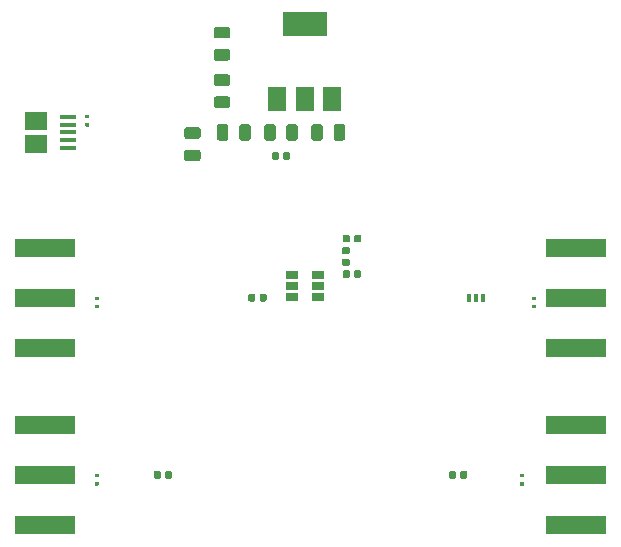
<source format=gbr>
G04 #@! TF.GenerationSoftware,KiCad,Pcbnew,5.1.5-52549c5~86~ubuntu18.04.1*
G04 #@! TF.CreationDate,2020-05-03T22:10:49-04:00*
G04 #@! TF.ProjectId,lna-filt,6c6e612d-6669-46c7-942e-6b696361645f,rev?*
G04 #@! TF.SameCoordinates,Original*
G04 #@! TF.FileFunction,Paste,Top*
G04 #@! TF.FilePolarity,Positive*
%FSLAX46Y46*%
G04 Gerber Fmt 4.6, Leading zero omitted, Abs format (unit mm)*
G04 Created by KiCad (PCBNEW 5.1.5-52549c5~86~ubuntu18.04.1) date 2020-05-03 22:10:49*
%MOMM*%
%LPD*%
G04 APERTURE LIST*
%ADD10C,0.100000*%
%ADD11R,0.400000X0.700000*%
%ADD12R,0.300000X0.700000*%
%ADD13R,5.080000X1.500000*%
%ADD14R,1.500000X2.000000*%
%ADD15R,3.800000X2.000000*%
%ADD16R,1.060000X0.650000*%
%ADD17R,1.900000X1.500000*%
%ADD18R,1.350000X0.400000*%
G04 APERTURE END LIST*
D10*
G36*
X88708292Y-45186383D02*
G01*
X88716010Y-45187528D01*
X88723578Y-45189423D01*
X88730923Y-45192052D01*
X88737976Y-45195387D01*
X88744668Y-45199398D01*
X88750934Y-45204046D01*
X88756715Y-45209285D01*
X88761954Y-45215066D01*
X88766602Y-45221332D01*
X88770613Y-45228024D01*
X88773948Y-45235077D01*
X88776577Y-45242422D01*
X88778472Y-45249990D01*
X88779617Y-45257708D01*
X88780000Y-45265500D01*
X88780000Y-45424500D01*
X88779617Y-45432292D01*
X88778472Y-45440010D01*
X88776577Y-45447578D01*
X88773948Y-45454923D01*
X88770613Y-45461976D01*
X88766602Y-45468668D01*
X88761954Y-45474934D01*
X88756715Y-45480715D01*
X88750934Y-45485954D01*
X88744668Y-45490602D01*
X88737976Y-45494613D01*
X88730923Y-45497948D01*
X88723578Y-45500577D01*
X88716010Y-45502472D01*
X88708292Y-45503617D01*
X88700500Y-45504000D01*
X88499500Y-45504000D01*
X88491708Y-45503617D01*
X88483990Y-45502472D01*
X88476422Y-45500577D01*
X88469077Y-45497948D01*
X88462024Y-45494613D01*
X88455332Y-45490602D01*
X88449066Y-45485954D01*
X88443285Y-45480715D01*
X88438046Y-45474934D01*
X88433398Y-45468668D01*
X88429387Y-45461976D01*
X88426052Y-45454923D01*
X88423423Y-45447578D01*
X88421528Y-45440010D01*
X88420383Y-45432292D01*
X88420000Y-45424500D01*
X88420000Y-45265500D01*
X88420383Y-45257708D01*
X88421528Y-45249990D01*
X88423423Y-45242422D01*
X88426052Y-45235077D01*
X88429387Y-45228024D01*
X88433398Y-45221332D01*
X88438046Y-45215066D01*
X88443285Y-45209285D01*
X88449066Y-45204046D01*
X88455332Y-45199398D01*
X88462024Y-45195387D01*
X88469077Y-45192052D01*
X88476422Y-45189423D01*
X88483990Y-45187528D01*
X88491708Y-45186383D01*
X88499500Y-45186000D01*
X88700500Y-45186000D01*
X88708292Y-45186383D01*
G37*
G36*
X88708292Y-44496383D02*
G01*
X88716010Y-44497528D01*
X88723578Y-44499423D01*
X88730923Y-44502052D01*
X88737976Y-44505387D01*
X88744668Y-44509398D01*
X88750934Y-44514046D01*
X88756715Y-44519285D01*
X88761954Y-44525066D01*
X88766602Y-44531332D01*
X88770613Y-44538024D01*
X88773948Y-44545077D01*
X88776577Y-44552422D01*
X88778472Y-44559990D01*
X88779617Y-44567708D01*
X88780000Y-44575500D01*
X88780000Y-44734500D01*
X88779617Y-44742292D01*
X88778472Y-44750010D01*
X88776577Y-44757578D01*
X88773948Y-44764923D01*
X88770613Y-44771976D01*
X88766602Y-44778668D01*
X88761954Y-44784934D01*
X88756715Y-44790715D01*
X88750934Y-44795954D01*
X88744668Y-44800602D01*
X88737976Y-44804613D01*
X88730923Y-44807948D01*
X88723578Y-44810577D01*
X88716010Y-44812472D01*
X88708292Y-44813617D01*
X88700500Y-44814000D01*
X88499500Y-44814000D01*
X88491708Y-44813617D01*
X88483990Y-44812472D01*
X88476422Y-44810577D01*
X88469077Y-44807948D01*
X88462024Y-44804613D01*
X88455332Y-44800602D01*
X88449066Y-44795954D01*
X88443285Y-44790715D01*
X88438046Y-44784934D01*
X88433398Y-44778668D01*
X88429387Y-44771976D01*
X88426052Y-44764923D01*
X88423423Y-44757578D01*
X88421528Y-44750010D01*
X88420383Y-44742292D01*
X88420000Y-44734500D01*
X88420000Y-44575500D01*
X88420383Y-44567708D01*
X88421528Y-44559990D01*
X88423423Y-44552422D01*
X88426052Y-44545077D01*
X88429387Y-44538024D01*
X88433398Y-44531332D01*
X88438046Y-44525066D01*
X88443285Y-44519285D01*
X88449066Y-44514046D01*
X88455332Y-44509398D01*
X88462024Y-44505387D01*
X88469077Y-44502052D01*
X88476422Y-44499423D01*
X88483990Y-44497528D01*
X88491708Y-44496383D01*
X88499500Y-44496000D01*
X88700500Y-44496000D01*
X88708292Y-44496383D01*
G37*
G36*
X126508292Y-60586383D02*
G01*
X126516010Y-60587528D01*
X126523578Y-60589423D01*
X126530923Y-60592052D01*
X126537976Y-60595387D01*
X126544668Y-60599398D01*
X126550934Y-60604046D01*
X126556715Y-60609285D01*
X126561954Y-60615066D01*
X126566602Y-60621332D01*
X126570613Y-60628024D01*
X126573948Y-60635077D01*
X126576577Y-60642422D01*
X126578472Y-60649990D01*
X126579617Y-60657708D01*
X126580000Y-60665500D01*
X126580000Y-60824500D01*
X126579617Y-60832292D01*
X126578472Y-60840010D01*
X126576577Y-60847578D01*
X126573948Y-60854923D01*
X126570613Y-60861976D01*
X126566602Y-60868668D01*
X126561954Y-60874934D01*
X126556715Y-60880715D01*
X126550934Y-60885954D01*
X126544668Y-60890602D01*
X126537976Y-60894613D01*
X126530923Y-60897948D01*
X126523578Y-60900577D01*
X126516010Y-60902472D01*
X126508292Y-60903617D01*
X126500500Y-60904000D01*
X126299500Y-60904000D01*
X126291708Y-60903617D01*
X126283990Y-60902472D01*
X126276422Y-60900577D01*
X126269077Y-60897948D01*
X126262024Y-60894613D01*
X126255332Y-60890602D01*
X126249066Y-60885954D01*
X126243285Y-60880715D01*
X126238046Y-60874934D01*
X126233398Y-60868668D01*
X126229387Y-60861976D01*
X126226052Y-60854923D01*
X126223423Y-60847578D01*
X126221528Y-60840010D01*
X126220383Y-60832292D01*
X126220000Y-60824500D01*
X126220000Y-60665500D01*
X126220383Y-60657708D01*
X126221528Y-60649990D01*
X126223423Y-60642422D01*
X126226052Y-60635077D01*
X126229387Y-60628024D01*
X126233398Y-60621332D01*
X126238046Y-60615066D01*
X126243285Y-60609285D01*
X126249066Y-60604046D01*
X126255332Y-60599398D01*
X126262024Y-60595387D01*
X126269077Y-60592052D01*
X126276422Y-60589423D01*
X126283990Y-60587528D01*
X126291708Y-60586383D01*
X126299500Y-60586000D01*
X126500500Y-60586000D01*
X126508292Y-60586383D01*
G37*
G36*
X126508292Y-59896383D02*
G01*
X126516010Y-59897528D01*
X126523578Y-59899423D01*
X126530923Y-59902052D01*
X126537976Y-59905387D01*
X126544668Y-59909398D01*
X126550934Y-59914046D01*
X126556715Y-59919285D01*
X126561954Y-59925066D01*
X126566602Y-59931332D01*
X126570613Y-59938024D01*
X126573948Y-59945077D01*
X126576577Y-59952422D01*
X126578472Y-59959990D01*
X126579617Y-59967708D01*
X126580000Y-59975500D01*
X126580000Y-60134500D01*
X126579617Y-60142292D01*
X126578472Y-60150010D01*
X126576577Y-60157578D01*
X126573948Y-60164923D01*
X126570613Y-60171976D01*
X126566602Y-60178668D01*
X126561954Y-60184934D01*
X126556715Y-60190715D01*
X126550934Y-60195954D01*
X126544668Y-60200602D01*
X126537976Y-60204613D01*
X126530923Y-60207948D01*
X126523578Y-60210577D01*
X126516010Y-60212472D01*
X126508292Y-60213617D01*
X126500500Y-60214000D01*
X126299500Y-60214000D01*
X126291708Y-60213617D01*
X126283990Y-60212472D01*
X126276422Y-60210577D01*
X126269077Y-60207948D01*
X126262024Y-60204613D01*
X126255332Y-60200602D01*
X126249066Y-60195954D01*
X126243285Y-60190715D01*
X126238046Y-60184934D01*
X126233398Y-60178668D01*
X126229387Y-60171976D01*
X126226052Y-60164923D01*
X126223423Y-60157578D01*
X126221528Y-60150010D01*
X126220383Y-60142292D01*
X126220000Y-60134500D01*
X126220000Y-59975500D01*
X126220383Y-59967708D01*
X126221528Y-59959990D01*
X126223423Y-59952422D01*
X126226052Y-59945077D01*
X126229387Y-59938024D01*
X126233398Y-59931332D01*
X126238046Y-59925066D01*
X126243285Y-59919285D01*
X126249066Y-59914046D01*
X126255332Y-59909398D01*
X126262024Y-59905387D01*
X126269077Y-59902052D01*
X126276422Y-59899423D01*
X126283990Y-59897528D01*
X126291708Y-59896383D01*
X126299500Y-59896000D01*
X126500500Y-59896000D01*
X126508292Y-59896383D01*
G37*
G36*
X89508292Y-60586383D02*
G01*
X89516010Y-60587528D01*
X89523578Y-60589423D01*
X89530923Y-60592052D01*
X89537976Y-60595387D01*
X89544668Y-60599398D01*
X89550934Y-60604046D01*
X89556715Y-60609285D01*
X89561954Y-60615066D01*
X89566602Y-60621332D01*
X89570613Y-60628024D01*
X89573948Y-60635077D01*
X89576577Y-60642422D01*
X89578472Y-60649990D01*
X89579617Y-60657708D01*
X89580000Y-60665500D01*
X89580000Y-60824500D01*
X89579617Y-60832292D01*
X89578472Y-60840010D01*
X89576577Y-60847578D01*
X89573948Y-60854923D01*
X89570613Y-60861976D01*
X89566602Y-60868668D01*
X89561954Y-60874934D01*
X89556715Y-60880715D01*
X89550934Y-60885954D01*
X89544668Y-60890602D01*
X89537976Y-60894613D01*
X89530923Y-60897948D01*
X89523578Y-60900577D01*
X89516010Y-60902472D01*
X89508292Y-60903617D01*
X89500500Y-60904000D01*
X89299500Y-60904000D01*
X89291708Y-60903617D01*
X89283990Y-60902472D01*
X89276422Y-60900577D01*
X89269077Y-60897948D01*
X89262024Y-60894613D01*
X89255332Y-60890602D01*
X89249066Y-60885954D01*
X89243285Y-60880715D01*
X89238046Y-60874934D01*
X89233398Y-60868668D01*
X89229387Y-60861976D01*
X89226052Y-60854923D01*
X89223423Y-60847578D01*
X89221528Y-60840010D01*
X89220383Y-60832292D01*
X89220000Y-60824500D01*
X89220000Y-60665500D01*
X89220383Y-60657708D01*
X89221528Y-60649990D01*
X89223423Y-60642422D01*
X89226052Y-60635077D01*
X89229387Y-60628024D01*
X89233398Y-60621332D01*
X89238046Y-60615066D01*
X89243285Y-60609285D01*
X89249066Y-60604046D01*
X89255332Y-60599398D01*
X89262024Y-60595387D01*
X89269077Y-60592052D01*
X89276422Y-60589423D01*
X89283990Y-60587528D01*
X89291708Y-60586383D01*
X89299500Y-60586000D01*
X89500500Y-60586000D01*
X89508292Y-60586383D01*
G37*
G36*
X89508292Y-59896383D02*
G01*
X89516010Y-59897528D01*
X89523578Y-59899423D01*
X89530923Y-59902052D01*
X89537976Y-59905387D01*
X89544668Y-59909398D01*
X89550934Y-59914046D01*
X89556715Y-59919285D01*
X89561954Y-59925066D01*
X89566602Y-59931332D01*
X89570613Y-59938024D01*
X89573948Y-59945077D01*
X89576577Y-59952422D01*
X89578472Y-59959990D01*
X89579617Y-59967708D01*
X89580000Y-59975500D01*
X89580000Y-60134500D01*
X89579617Y-60142292D01*
X89578472Y-60150010D01*
X89576577Y-60157578D01*
X89573948Y-60164923D01*
X89570613Y-60171976D01*
X89566602Y-60178668D01*
X89561954Y-60184934D01*
X89556715Y-60190715D01*
X89550934Y-60195954D01*
X89544668Y-60200602D01*
X89537976Y-60204613D01*
X89530923Y-60207948D01*
X89523578Y-60210577D01*
X89516010Y-60212472D01*
X89508292Y-60213617D01*
X89500500Y-60214000D01*
X89299500Y-60214000D01*
X89291708Y-60213617D01*
X89283990Y-60212472D01*
X89276422Y-60210577D01*
X89269077Y-60207948D01*
X89262024Y-60204613D01*
X89255332Y-60200602D01*
X89249066Y-60195954D01*
X89243285Y-60190715D01*
X89238046Y-60184934D01*
X89233398Y-60178668D01*
X89229387Y-60171976D01*
X89226052Y-60164923D01*
X89223423Y-60157578D01*
X89221528Y-60150010D01*
X89220383Y-60142292D01*
X89220000Y-60134500D01*
X89220000Y-59975500D01*
X89220383Y-59967708D01*
X89221528Y-59959990D01*
X89223423Y-59952422D01*
X89226052Y-59945077D01*
X89229387Y-59938024D01*
X89233398Y-59931332D01*
X89238046Y-59925066D01*
X89243285Y-59919285D01*
X89249066Y-59914046D01*
X89255332Y-59909398D01*
X89262024Y-59905387D01*
X89269077Y-59902052D01*
X89276422Y-59899423D01*
X89283990Y-59897528D01*
X89291708Y-59896383D01*
X89299500Y-59896000D01*
X89500500Y-59896000D01*
X89508292Y-59896383D01*
G37*
G36*
X89508292Y-75586383D02*
G01*
X89516010Y-75587528D01*
X89523578Y-75589423D01*
X89530923Y-75592052D01*
X89537976Y-75595387D01*
X89544668Y-75599398D01*
X89550934Y-75604046D01*
X89556715Y-75609285D01*
X89561954Y-75615066D01*
X89566602Y-75621332D01*
X89570613Y-75628024D01*
X89573948Y-75635077D01*
X89576577Y-75642422D01*
X89578472Y-75649990D01*
X89579617Y-75657708D01*
X89580000Y-75665500D01*
X89580000Y-75824500D01*
X89579617Y-75832292D01*
X89578472Y-75840010D01*
X89576577Y-75847578D01*
X89573948Y-75854923D01*
X89570613Y-75861976D01*
X89566602Y-75868668D01*
X89561954Y-75874934D01*
X89556715Y-75880715D01*
X89550934Y-75885954D01*
X89544668Y-75890602D01*
X89537976Y-75894613D01*
X89530923Y-75897948D01*
X89523578Y-75900577D01*
X89516010Y-75902472D01*
X89508292Y-75903617D01*
X89500500Y-75904000D01*
X89299500Y-75904000D01*
X89291708Y-75903617D01*
X89283990Y-75902472D01*
X89276422Y-75900577D01*
X89269077Y-75897948D01*
X89262024Y-75894613D01*
X89255332Y-75890602D01*
X89249066Y-75885954D01*
X89243285Y-75880715D01*
X89238046Y-75874934D01*
X89233398Y-75868668D01*
X89229387Y-75861976D01*
X89226052Y-75854923D01*
X89223423Y-75847578D01*
X89221528Y-75840010D01*
X89220383Y-75832292D01*
X89220000Y-75824500D01*
X89220000Y-75665500D01*
X89220383Y-75657708D01*
X89221528Y-75649990D01*
X89223423Y-75642422D01*
X89226052Y-75635077D01*
X89229387Y-75628024D01*
X89233398Y-75621332D01*
X89238046Y-75615066D01*
X89243285Y-75609285D01*
X89249066Y-75604046D01*
X89255332Y-75599398D01*
X89262024Y-75595387D01*
X89269077Y-75592052D01*
X89276422Y-75589423D01*
X89283990Y-75587528D01*
X89291708Y-75586383D01*
X89299500Y-75586000D01*
X89500500Y-75586000D01*
X89508292Y-75586383D01*
G37*
G36*
X89508292Y-74896383D02*
G01*
X89516010Y-74897528D01*
X89523578Y-74899423D01*
X89530923Y-74902052D01*
X89537976Y-74905387D01*
X89544668Y-74909398D01*
X89550934Y-74914046D01*
X89556715Y-74919285D01*
X89561954Y-74925066D01*
X89566602Y-74931332D01*
X89570613Y-74938024D01*
X89573948Y-74945077D01*
X89576577Y-74952422D01*
X89578472Y-74959990D01*
X89579617Y-74967708D01*
X89580000Y-74975500D01*
X89580000Y-75134500D01*
X89579617Y-75142292D01*
X89578472Y-75150010D01*
X89576577Y-75157578D01*
X89573948Y-75164923D01*
X89570613Y-75171976D01*
X89566602Y-75178668D01*
X89561954Y-75184934D01*
X89556715Y-75190715D01*
X89550934Y-75195954D01*
X89544668Y-75200602D01*
X89537976Y-75204613D01*
X89530923Y-75207948D01*
X89523578Y-75210577D01*
X89516010Y-75212472D01*
X89508292Y-75213617D01*
X89500500Y-75214000D01*
X89299500Y-75214000D01*
X89291708Y-75213617D01*
X89283990Y-75212472D01*
X89276422Y-75210577D01*
X89269077Y-75207948D01*
X89262024Y-75204613D01*
X89255332Y-75200602D01*
X89249066Y-75195954D01*
X89243285Y-75190715D01*
X89238046Y-75184934D01*
X89233398Y-75178668D01*
X89229387Y-75171976D01*
X89226052Y-75164923D01*
X89223423Y-75157578D01*
X89221528Y-75150010D01*
X89220383Y-75142292D01*
X89220000Y-75134500D01*
X89220000Y-74975500D01*
X89220383Y-74967708D01*
X89221528Y-74959990D01*
X89223423Y-74952422D01*
X89226052Y-74945077D01*
X89229387Y-74938024D01*
X89233398Y-74931332D01*
X89238046Y-74925066D01*
X89243285Y-74919285D01*
X89249066Y-74914046D01*
X89255332Y-74909398D01*
X89262024Y-74905387D01*
X89269077Y-74902052D01*
X89276422Y-74899423D01*
X89283990Y-74897528D01*
X89291708Y-74896383D01*
X89299500Y-74896000D01*
X89500500Y-74896000D01*
X89508292Y-74896383D01*
G37*
G36*
X125508292Y-75586383D02*
G01*
X125516010Y-75587528D01*
X125523578Y-75589423D01*
X125530923Y-75592052D01*
X125537976Y-75595387D01*
X125544668Y-75599398D01*
X125550934Y-75604046D01*
X125556715Y-75609285D01*
X125561954Y-75615066D01*
X125566602Y-75621332D01*
X125570613Y-75628024D01*
X125573948Y-75635077D01*
X125576577Y-75642422D01*
X125578472Y-75649990D01*
X125579617Y-75657708D01*
X125580000Y-75665500D01*
X125580000Y-75824500D01*
X125579617Y-75832292D01*
X125578472Y-75840010D01*
X125576577Y-75847578D01*
X125573948Y-75854923D01*
X125570613Y-75861976D01*
X125566602Y-75868668D01*
X125561954Y-75874934D01*
X125556715Y-75880715D01*
X125550934Y-75885954D01*
X125544668Y-75890602D01*
X125537976Y-75894613D01*
X125530923Y-75897948D01*
X125523578Y-75900577D01*
X125516010Y-75902472D01*
X125508292Y-75903617D01*
X125500500Y-75904000D01*
X125299500Y-75904000D01*
X125291708Y-75903617D01*
X125283990Y-75902472D01*
X125276422Y-75900577D01*
X125269077Y-75897948D01*
X125262024Y-75894613D01*
X125255332Y-75890602D01*
X125249066Y-75885954D01*
X125243285Y-75880715D01*
X125238046Y-75874934D01*
X125233398Y-75868668D01*
X125229387Y-75861976D01*
X125226052Y-75854923D01*
X125223423Y-75847578D01*
X125221528Y-75840010D01*
X125220383Y-75832292D01*
X125220000Y-75824500D01*
X125220000Y-75665500D01*
X125220383Y-75657708D01*
X125221528Y-75649990D01*
X125223423Y-75642422D01*
X125226052Y-75635077D01*
X125229387Y-75628024D01*
X125233398Y-75621332D01*
X125238046Y-75615066D01*
X125243285Y-75609285D01*
X125249066Y-75604046D01*
X125255332Y-75599398D01*
X125262024Y-75595387D01*
X125269077Y-75592052D01*
X125276422Y-75589423D01*
X125283990Y-75587528D01*
X125291708Y-75586383D01*
X125299500Y-75586000D01*
X125500500Y-75586000D01*
X125508292Y-75586383D01*
G37*
G36*
X125508292Y-74896383D02*
G01*
X125516010Y-74897528D01*
X125523578Y-74899423D01*
X125530923Y-74902052D01*
X125537976Y-74905387D01*
X125544668Y-74909398D01*
X125550934Y-74914046D01*
X125556715Y-74919285D01*
X125561954Y-74925066D01*
X125566602Y-74931332D01*
X125570613Y-74938024D01*
X125573948Y-74945077D01*
X125576577Y-74952422D01*
X125578472Y-74959990D01*
X125579617Y-74967708D01*
X125580000Y-74975500D01*
X125580000Y-75134500D01*
X125579617Y-75142292D01*
X125578472Y-75150010D01*
X125576577Y-75157578D01*
X125573948Y-75164923D01*
X125570613Y-75171976D01*
X125566602Y-75178668D01*
X125561954Y-75184934D01*
X125556715Y-75190715D01*
X125550934Y-75195954D01*
X125544668Y-75200602D01*
X125537976Y-75204613D01*
X125530923Y-75207948D01*
X125523578Y-75210577D01*
X125516010Y-75212472D01*
X125508292Y-75213617D01*
X125500500Y-75214000D01*
X125299500Y-75214000D01*
X125291708Y-75213617D01*
X125283990Y-75212472D01*
X125276422Y-75210577D01*
X125269077Y-75207948D01*
X125262024Y-75204613D01*
X125255332Y-75200602D01*
X125249066Y-75195954D01*
X125243285Y-75190715D01*
X125238046Y-75184934D01*
X125233398Y-75178668D01*
X125229387Y-75171976D01*
X125226052Y-75164923D01*
X125223423Y-75157578D01*
X125221528Y-75150010D01*
X125220383Y-75142292D01*
X125220000Y-75134500D01*
X125220000Y-74975500D01*
X125220383Y-74967708D01*
X125221528Y-74959990D01*
X125223423Y-74952422D01*
X125226052Y-74945077D01*
X125229387Y-74938024D01*
X125233398Y-74931332D01*
X125238046Y-74925066D01*
X125243285Y-74919285D01*
X125249066Y-74914046D01*
X125255332Y-74909398D01*
X125262024Y-74905387D01*
X125269077Y-74902052D01*
X125276422Y-74899423D01*
X125283990Y-74897528D01*
X125291708Y-74896383D01*
X125299500Y-74896000D01*
X125500500Y-74896000D01*
X125508292Y-74896383D01*
G37*
D11*
X121500000Y-60000000D03*
D12*
X122100000Y-60000000D03*
X120900000Y-60000000D03*
D13*
X85000000Y-75000000D03*
X85000000Y-79250000D03*
X85000000Y-70750000D03*
X130000000Y-75000000D03*
X130000000Y-70750000D03*
X130000000Y-79250000D03*
D10*
G36*
X95646958Y-74680710D02*
G01*
X95661276Y-74682834D01*
X95675317Y-74686351D01*
X95688946Y-74691228D01*
X95702031Y-74697417D01*
X95714447Y-74704858D01*
X95726073Y-74713481D01*
X95736798Y-74723202D01*
X95746519Y-74733927D01*
X95755142Y-74745553D01*
X95762583Y-74757969D01*
X95768772Y-74771054D01*
X95773649Y-74784683D01*
X95777166Y-74798724D01*
X95779290Y-74813042D01*
X95780000Y-74827500D01*
X95780000Y-75172500D01*
X95779290Y-75186958D01*
X95777166Y-75201276D01*
X95773649Y-75215317D01*
X95768772Y-75228946D01*
X95762583Y-75242031D01*
X95755142Y-75254447D01*
X95746519Y-75266073D01*
X95736798Y-75276798D01*
X95726073Y-75286519D01*
X95714447Y-75295142D01*
X95702031Y-75302583D01*
X95688946Y-75308772D01*
X95675317Y-75313649D01*
X95661276Y-75317166D01*
X95646958Y-75319290D01*
X95632500Y-75320000D01*
X95337500Y-75320000D01*
X95323042Y-75319290D01*
X95308724Y-75317166D01*
X95294683Y-75313649D01*
X95281054Y-75308772D01*
X95267969Y-75302583D01*
X95255553Y-75295142D01*
X95243927Y-75286519D01*
X95233202Y-75276798D01*
X95223481Y-75266073D01*
X95214858Y-75254447D01*
X95207417Y-75242031D01*
X95201228Y-75228946D01*
X95196351Y-75215317D01*
X95192834Y-75201276D01*
X95190710Y-75186958D01*
X95190000Y-75172500D01*
X95190000Y-74827500D01*
X95190710Y-74813042D01*
X95192834Y-74798724D01*
X95196351Y-74784683D01*
X95201228Y-74771054D01*
X95207417Y-74757969D01*
X95214858Y-74745553D01*
X95223481Y-74733927D01*
X95233202Y-74723202D01*
X95243927Y-74713481D01*
X95255553Y-74704858D01*
X95267969Y-74697417D01*
X95281054Y-74691228D01*
X95294683Y-74686351D01*
X95308724Y-74682834D01*
X95323042Y-74680710D01*
X95337500Y-74680000D01*
X95632500Y-74680000D01*
X95646958Y-74680710D01*
G37*
G36*
X94676958Y-74680710D02*
G01*
X94691276Y-74682834D01*
X94705317Y-74686351D01*
X94718946Y-74691228D01*
X94732031Y-74697417D01*
X94744447Y-74704858D01*
X94756073Y-74713481D01*
X94766798Y-74723202D01*
X94776519Y-74733927D01*
X94785142Y-74745553D01*
X94792583Y-74757969D01*
X94798772Y-74771054D01*
X94803649Y-74784683D01*
X94807166Y-74798724D01*
X94809290Y-74813042D01*
X94810000Y-74827500D01*
X94810000Y-75172500D01*
X94809290Y-75186958D01*
X94807166Y-75201276D01*
X94803649Y-75215317D01*
X94798772Y-75228946D01*
X94792583Y-75242031D01*
X94785142Y-75254447D01*
X94776519Y-75266073D01*
X94766798Y-75276798D01*
X94756073Y-75286519D01*
X94744447Y-75295142D01*
X94732031Y-75302583D01*
X94718946Y-75308772D01*
X94705317Y-75313649D01*
X94691276Y-75317166D01*
X94676958Y-75319290D01*
X94662500Y-75320000D01*
X94367500Y-75320000D01*
X94353042Y-75319290D01*
X94338724Y-75317166D01*
X94324683Y-75313649D01*
X94311054Y-75308772D01*
X94297969Y-75302583D01*
X94285553Y-75295142D01*
X94273927Y-75286519D01*
X94263202Y-75276798D01*
X94253481Y-75266073D01*
X94244858Y-75254447D01*
X94237417Y-75242031D01*
X94231228Y-75228946D01*
X94226351Y-75215317D01*
X94222834Y-75201276D01*
X94220710Y-75186958D01*
X94220000Y-75172500D01*
X94220000Y-74827500D01*
X94220710Y-74813042D01*
X94222834Y-74798724D01*
X94226351Y-74784683D01*
X94231228Y-74771054D01*
X94237417Y-74757969D01*
X94244858Y-74745553D01*
X94253481Y-74733927D01*
X94263202Y-74723202D01*
X94273927Y-74713481D01*
X94285553Y-74704858D01*
X94297969Y-74697417D01*
X94311054Y-74691228D01*
X94324683Y-74686351D01*
X94338724Y-74682834D01*
X94353042Y-74680710D01*
X94367500Y-74680000D01*
X94662500Y-74680000D01*
X94676958Y-74680710D01*
G37*
G36*
X120646958Y-74680710D02*
G01*
X120661276Y-74682834D01*
X120675317Y-74686351D01*
X120688946Y-74691228D01*
X120702031Y-74697417D01*
X120714447Y-74704858D01*
X120726073Y-74713481D01*
X120736798Y-74723202D01*
X120746519Y-74733927D01*
X120755142Y-74745553D01*
X120762583Y-74757969D01*
X120768772Y-74771054D01*
X120773649Y-74784683D01*
X120777166Y-74798724D01*
X120779290Y-74813042D01*
X120780000Y-74827500D01*
X120780000Y-75172500D01*
X120779290Y-75186958D01*
X120777166Y-75201276D01*
X120773649Y-75215317D01*
X120768772Y-75228946D01*
X120762583Y-75242031D01*
X120755142Y-75254447D01*
X120746519Y-75266073D01*
X120736798Y-75276798D01*
X120726073Y-75286519D01*
X120714447Y-75295142D01*
X120702031Y-75302583D01*
X120688946Y-75308772D01*
X120675317Y-75313649D01*
X120661276Y-75317166D01*
X120646958Y-75319290D01*
X120632500Y-75320000D01*
X120337500Y-75320000D01*
X120323042Y-75319290D01*
X120308724Y-75317166D01*
X120294683Y-75313649D01*
X120281054Y-75308772D01*
X120267969Y-75302583D01*
X120255553Y-75295142D01*
X120243927Y-75286519D01*
X120233202Y-75276798D01*
X120223481Y-75266073D01*
X120214858Y-75254447D01*
X120207417Y-75242031D01*
X120201228Y-75228946D01*
X120196351Y-75215317D01*
X120192834Y-75201276D01*
X120190710Y-75186958D01*
X120190000Y-75172500D01*
X120190000Y-74827500D01*
X120190710Y-74813042D01*
X120192834Y-74798724D01*
X120196351Y-74784683D01*
X120201228Y-74771054D01*
X120207417Y-74757969D01*
X120214858Y-74745553D01*
X120223481Y-74733927D01*
X120233202Y-74723202D01*
X120243927Y-74713481D01*
X120255553Y-74704858D01*
X120267969Y-74697417D01*
X120281054Y-74691228D01*
X120294683Y-74686351D01*
X120308724Y-74682834D01*
X120323042Y-74680710D01*
X120337500Y-74680000D01*
X120632500Y-74680000D01*
X120646958Y-74680710D01*
G37*
G36*
X119676958Y-74680710D02*
G01*
X119691276Y-74682834D01*
X119705317Y-74686351D01*
X119718946Y-74691228D01*
X119732031Y-74697417D01*
X119744447Y-74704858D01*
X119756073Y-74713481D01*
X119766798Y-74723202D01*
X119776519Y-74733927D01*
X119785142Y-74745553D01*
X119792583Y-74757969D01*
X119798772Y-74771054D01*
X119803649Y-74784683D01*
X119807166Y-74798724D01*
X119809290Y-74813042D01*
X119810000Y-74827500D01*
X119810000Y-75172500D01*
X119809290Y-75186958D01*
X119807166Y-75201276D01*
X119803649Y-75215317D01*
X119798772Y-75228946D01*
X119792583Y-75242031D01*
X119785142Y-75254447D01*
X119776519Y-75266073D01*
X119766798Y-75276798D01*
X119756073Y-75286519D01*
X119744447Y-75295142D01*
X119732031Y-75302583D01*
X119718946Y-75308772D01*
X119705317Y-75313649D01*
X119691276Y-75317166D01*
X119676958Y-75319290D01*
X119662500Y-75320000D01*
X119367500Y-75320000D01*
X119353042Y-75319290D01*
X119338724Y-75317166D01*
X119324683Y-75313649D01*
X119311054Y-75308772D01*
X119297969Y-75302583D01*
X119285553Y-75295142D01*
X119273927Y-75286519D01*
X119263202Y-75276798D01*
X119253481Y-75266073D01*
X119244858Y-75254447D01*
X119237417Y-75242031D01*
X119231228Y-75228946D01*
X119226351Y-75215317D01*
X119222834Y-75201276D01*
X119220710Y-75186958D01*
X119220000Y-75172500D01*
X119220000Y-74827500D01*
X119220710Y-74813042D01*
X119222834Y-74798724D01*
X119226351Y-74784683D01*
X119231228Y-74771054D01*
X119237417Y-74757969D01*
X119244858Y-74745553D01*
X119253481Y-74733927D01*
X119263202Y-74723202D01*
X119273927Y-74713481D01*
X119285553Y-74704858D01*
X119297969Y-74697417D01*
X119311054Y-74691228D01*
X119324683Y-74686351D01*
X119338724Y-74682834D01*
X119353042Y-74680710D01*
X119367500Y-74680000D01*
X119662500Y-74680000D01*
X119676958Y-74680710D01*
G37*
D14*
X104700000Y-43150000D03*
X109300000Y-43150000D03*
X107000000Y-43150000D03*
D15*
X107000000Y-36850000D03*
D16*
X108100000Y-59000000D03*
X108100000Y-58050000D03*
X108100000Y-59950000D03*
X105900000Y-59950000D03*
X105900000Y-59000000D03*
X105900000Y-58050000D03*
D10*
G36*
X100480142Y-42951174D02*
G01*
X100503803Y-42954684D01*
X100527007Y-42960496D01*
X100549529Y-42968554D01*
X100571153Y-42978782D01*
X100591670Y-42991079D01*
X100610883Y-43005329D01*
X100628607Y-43021393D01*
X100644671Y-43039117D01*
X100658921Y-43058330D01*
X100671218Y-43078847D01*
X100681446Y-43100471D01*
X100689504Y-43122993D01*
X100695316Y-43146197D01*
X100698826Y-43169858D01*
X100700000Y-43193750D01*
X100700000Y-43681250D01*
X100698826Y-43705142D01*
X100695316Y-43728803D01*
X100689504Y-43752007D01*
X100681446Y-43774529D01*
X100671218Y-43796153D01*
X100658921Y-43816670D01*
X100644671Y-43835883D01*
X100628607Y-43853607D01*
X100610883Y-43869671D01*
X100591670Y-43883921D01*
X100571153Y-43896218D01*
X100549529Y-43906446D01*
X100527007Y-43914504D01*
X100503803Y-43920316D01*
X100480142Y-43923826D01*
X100456250Y-43925000D01*
X99543750Y-43925000D01*
X99519858Y-43923826D01*
X99496197Y-43920316D01*
X99472993Y-43914504D01*
X99450471Y-43906446D01*
X99428847Y-43896218D01*
X99408330Y-43883921D01*
X99389117Y-43869671D01*
X99371393Y-43853607D01*
X99355329Y-43835883D01*
X99341079Y-43816670D01*
X99328782Y-43796153D01*
X99318554Y-43774529D01*
X99310496Y-43752007D01*
X99304684Y-43728803D01*
X99301174Y-43705142D01*
X99300000Y-43681250D01*
X99300000Y-43193750D01*
X99301174Y-43169858D01*
X99304684Y-43146197D01*
X99310496Y-43122993D01*
X99318554Y-43100471D01*
X99328782Y-43078847D01*
X99341079Y-43058330D01*
X99355329Y-43039117D01*
X99371393Y-43021393D01*
X99389117Y-43005329D01*
X99408330Y-42991079D01*
X99428847Y-42978782D01*
X99450471Y-42968554D01*
X99472993Y-42960496D01*
X99496197Y-42954684D01*
X99519858Y-42951174D01*
X99543750Y-42950000D01*
X100456250Y-42950000D01*
X100480142Y-42951174D01*
G37*
G36*
X100480142Y-41076174D02*
G01*
X100503803Y-41079684D01*
X100527007Y-41085496D01*
X100549529Y-41093554D01*
X100571153Y-41103782D01*
X100591670Y-41116079D01*
X100610883Y-41130329D01*
X100628607Y-41146393D01*
X100644671Y-41164117D01*
X100658921Y-41183330D01*
X100671218Y-41203847D01*
X100681446Y-41225471D01*
X100689504Y-41247993D01*
X100695316Y-41271197D01*
X100698826Y-41294858D01*
X100700000Y-41318750D01*
X100700000Y-41806250D01*
X100698826Y-41830142D01*
X100695316Y-41853803D01*
X100689504Y-41877007D01*
X100681446Y-41899529D01*
X100671218Y-41921153D01*
X100658921Y-41941670D01*
X100644671Y-41960883D01*
X100628607Y-41978607D01*
X100610883Y-41994671D01*
X100591670Y-42008921D01*
X100571153Y-42021218D01*
X100549529Y-42031446D01*
X100527007Y-42039504D01*
X100503803Y-42045316D01*
X100480142Y-42048826D01*
X100456250Y-42050000D01*
X99543750Y-42050000D01*
X99519858Y-42048826D01*
X99496197Y-42045316D01*
X99472993Y-42039504D01*
X99450471Y-42031446D01*
X99428847Y-42021218D01*
X99408330Y-42008921D01*
X99389117Y-41994671D01*
X99371393Y-41978607D01*
X99355329Y-41960883D01*
X99341079Y-41941670D01*
X99328782Y-41921153D01*
X99318554Y-41899529D01*
X99310496Y-41877007D01*
X99304684Y-41853803D01*
X99301174Y-41830142D01*
X99300000Y-41806250D01*
X99300000Y-41318750D01*
X99301174Y-41294858D01*
X99304684Y-41271197D01*
X99310496Y-41247993D01*
X99318554Y-41225471D01*
X99328782Y-41203847D01*
X99341079Y-41183330D01*
X99355329Y-41164117D01*
X99371393Y-41146393D01*
X99389117Y-41130329D01*
X99408330Y-41116079D01*
X99428847Y-41103782D01*
X99450471Y-41093554D01*
X99472993Y-41085496D01*
X99496197Y-41079684D01*
X99519858Y-41076174D01*
X99543750Y-41075000D01*
X100456250Y-41075000D01*
X100480142Y-41076174D01*
G37*
G36*
X110686958Y-56690710D02*
G01*
X110701276Y-56692834D01*
X110715317Y-56696351D01*
X110728946Y-56701228D01*
X110742031Y-56707417D01*
X110754447Y-56714858D01*
X110766073Y-56723481D01*
X110776798Y-56733202D01*
X110786519Y-56743927D01*
X110795142Y-56755553D01*
X110802583Y-56767969D01*
X110808772Y-56781054D01*
X110813649Y-56794683D01*
X110817166Y-56808724D01*
X110819290Y-56823042D01*
X110820000Y-56837500D01*
X110820000Y-57132500D01*
X110819290Y-57146958D01*
X110817166Y-57161276D01*
X110813649Y-57175317D01*
X110808772Y-57188946D01*
X110802583Y-57202031D01*
X110795142Y-57214447D01*
X110786519Y-57226073D01*
X110776798Y-57236798D01*
X110766073Y-57246519D01*
X110754447Y-57255142D01*
X110742031Y-57262583D01*
X110728946Y-57268772D01*
X110715317Y-57273649D01*
X110701276Y-57277166D01*
X110686958Y-57279290D01*
X110672500Y-57280000D01*
X110327500Y-57280000D01*
X110313042Y-57279290D01*
X110298724Y-57277166D01*
X110284683Y-57273649D01*
X110271054Y-57268772D01*
X110257969Y-57262583D01*
X110245553Y-57255142D01*
X110233927Y-57246519D01*
X110223202Y-57236798D01*
X110213481Y-57226073D01*
X110204858Y-57214447D01*
X110197417Y-57202031D01*
X110191228Y-57188946D01*
X110186351Y-57175317D01*
X110182834Y-57161276D01*
X110180710Y-57146958D01*
X110180000Y-57132500D01*
X110180000Y-56837500D01*
X110180710Y-56823042D01*
X110182834Y-56808724D01*
X110186351Y-56794683D01*
X110191228Y-56781054D01*
X110197417Y-56767969D01*
X110204858Y-56755553D01*
X110213481Y-56743927D01*
X110223202Y-56733202D01*
X110233927Y-56723481D01*
X110245553Y-56714858D01*
X110257969Y-56707417D01*
X110271054Y-56701228D01*
X110284683Y-56696351D01*
X110298724Y-56692834D01*
X110313042Y-56690710D01*
X110327500Y-56690000D01*
X110672500Y-56690000D01*
X110686958Y-56690710D01*
G37*
G36*
X110686958Y-55720710D02*
G01*
X110701276Y-55722834D01*
X110715317Y-55726351D01*
X110728946Y-55731228D01*
X110742031Y-55737417D01*
X110754447Y-55744858D01*
X110766073Y-55753481D01*
X110776798Y-55763202D01*
X110786519Y-55773927D01*
X110795142Y-55785553D01*
X110802583Y-55797969D01*
X110808772Y-55811054D01*
X110813649Y-55824683D01*
X110817166Y-55838724D01*
X110819290Y-55853042D01*
X110820000Y-55867500D01*
X110820000Y-56162500D01*
X110819290Y-56176958D01*
X110817166Y-56191276D01*
X110813649Y-56205317D01*
X110808772Y-56218946D01*
X110802583Y-56232031D01*
X110795142Y-56244447D01*
X110786519Y-56256073D01*
X110776798Y-56266798D01*
X110766073Y-56276519D01*
X110754447Y-56285142D01*
X110742031Y-56292583D01*
X110728946Y-56298772D01*
X110715317Y-56303649D01*
X110701276Y-56307166D01*
X110686958Y-56309290D01*
X110672500Y-56310000D01*
X110327500Y-56310000D01*
X110313042Y-56309290D01*
X110298724Y-56307166D01*
X110284683Y-56303649D01*
X110271054Y-56298772D01*
X110257969Y-56292583D01*
X110245553Y-56285142D01*
X110233927Y-56276519D01*
X110223202Y-56266798D01*
X110213481Y-56256073D01*
X110204858Y-56244447D01*
X110197417Y-56232031D01*
X110191228Y-56218946D01*
X110186351Y-56205317D01*
X110182834Y-56191276D01*
X110180710Y-56176958D01*
X110180000Y-56162500D01*
X110180000Y-55867500D01*
X110180710Y-55853042D01*
X110182834Y-55838724D01*
X110186351Y-55824683D01*
X110191228Y-55811054D01*
X110197417Y-55797969D01*
X110204858Y-55785553D01*
X110213481Y-55773927D01*
X110223202Y-55763202D01*
X110233927Y-55753481D01*
X110245553Y-55744858D01*
X110257969Y-55737417D01*
X110271054Y-55731228D01*
X110284683Y-55726351D01*
X110298724Y-55722834D01*
X110313042Y-55720710D01*
X110327500Y-55720000D01*
X110672500Y-55720000D01*
X110686958Y-55720710D01*
G37*
D17*
X84262500Y-45000000D03*
D18*
X86962500Y-46000000D03*
X86962500Y-46650000D03*
X86962500Y-47300000D03*
X86962500Y-44700000D03*
X86962500Y-45350000D03*
D17*
X84262500Y-47000000D03*
D13*
X130000000Y-60000000D03*
X130000000Y-55750000D03*
X130000000Y-64250000D03*
X85000000Y-60000000D03*
X85000000Y-64250000D03*
X85000000Y-55750000D03*
D10*
G36*
X100330142Y-45301174D02*
G01*
X100353803Y-45304684D01*
X100377007Y-45310496D01*
X100399529Y-45318554D01*
X100421153Y-45328782D01*
X100441670Y-45341079D01*
X100460883Y-45355329D01*
X100478607Y-45371393D01*
X100494671Y-45389117D01*
X100508921Y-45408330D01*
X100521218Y-45428847D01*
X100531446Y-45450471D01*
X100539504Y-45472993D01*
X100545316Y-45496197D01*
X100548826Y-45519858D01*
X100550000Y-45543750D01*
X100550000Y-46456250D01*
X100548826Y-46480142D01*
X100545316Y-46503803D01*
X100539504Y-46527007D01*
X100531446Y-46549529D01*
X100521218Y-46571153D01*
X100508921Y-46591670D01*
X100494671Y-46610883D01*
X100478607Y-46628607D01*
X100460883Y-46644671D01*
X100441670Y-46658921D01*
X100421153Y-46671218D01*
X100399529Y-46681446D01*
X100377007Y-46689504D01*
X100353803Y-46695316D01*
X100330142Y-46698826D01*
X100306250Y-46700000D01*
X99818750Y-46700000D01*
X99794858Y-46698826D01*
X99771197Y-46695316D01*
X99747993Y-46689504D01*
X99725471Y-46681446D01*
X99703847Y-46671218D01*
X99683330Y-46658921D01*
X99664117Y-46644671D01*
X99646393Y-46628607D01*
X99630329Y-46610883D01*
X99616079Y-46591670D01*
X99603782Y-46571153D01*
X99593554Y-46549529D01*
X99585496Y-46527007D01*
X99579684Y-46503803D01*
X99576174Y-46480142D01*
X99575000Y-46456250D01*
X99575000Y-45543750D01*
X99576174Y-45519858D01*
X99579684Y-45496197D01*
X99585496Y-45472993D01*
X99593554Y-45450471D01*
X99603782Y-45428847D01*
X99616079Y-45408330D01*
X99630329Y-45389117D01*
X99646393Y-45371393D01*
X99664117Y-45355329D01*
X99683330Y-45341079D01*
X99703847Y-45328782D01*
X99725471Y-45318554D01*
X99747993Y-45310496D01*
X99771197Y-45304684D01*
X99794858Y-45301174D01*
X99818750Y-45300000D01*
X100306250Y-45300000D01*
X100330142Y-45301174D01*
G37*
G36*
X102205142Y-45301174D02*
G01*
X102228803Y-45304684D01*
X102252007Y-45310496D01*
X102274529Y-45318554D01*
X102296153Y-45328782D01*
X102316670Y-45341079D01*
X102335883Y-45355329D01*
X102353607Y-45371393D01*
X102369671Y-45389117D01*
X102383921Y-45408330D01*
X102396218Y-45428847D01*
X102406446Y-45450471D01*
X102414504Y-45472993D01*
X102420316Y-45496197D01*
X102423826Y-45519858D01*
X102425000Y-45543750D01*
X102425000Y-46456250D01*
X102423826Y-46480142D01*
X102420316Y-46503803D01*
X102414504Y-46527007D01*
X102406446Y-46549529D01*
X102396218Y-46571153D01*
X102383921Y-46591670D01*
X102369671Y-46610883D01*
X102353607Y-46628607D01*
X102335883Y-46644671D01*
X102316670Y-46658921D01*
X102296153Y-46671218D01*
X102274529Y-46681446D01*
X102252007Y-46689504D01*
X102228803Y-46695316D01*
X102205142Y-46698826D01*
X102181250Y-46700000D01*
X101693750Y-46700000D01*
X101669858Y-46698826D01*
X101646197Y-46695316D01*
X101622993Y-46689504D01*
X101600471Y-46681446D01*
X101578847Y-46671218D01*
X101558330Y-46658921D01*
X101539117Y-46644671D01*
X101521393Y-46628607D01*
X101505329Y-46610883D01*
X101491079Y-46591670D01*
X101478782Y-46571153D01*
X101468554Y-46549529D01*
X101460496Y-46527007D01*
X101454684Y-46503803D01*
X101451174Y-46480142D01*
X101450000Y-46456250D01*
X101450000Y-45543750D01*
X101451174Y-45519858D01*
X101454684Y-45496197D01*
X101460496Y-45472993D01*
X101468554Y-45450471D01*
X101478782Y-45428847D01*
X101491079Y-45408330D01*
X101505329Y-45389117D01*
X101521393Y-45371393D01*
X101539117Y-45355329D01*
X101558330Y-45341079D01*
X101578847Y-45328782D01*
X101600471Y-45318554D01*
X101622993Y-45310496D01*
X101646197Y-45304684D01*
X101669858Y-45301174D01*
X101693750Y-45300000D01*
X102181250Y-45300000D01*
X102205142Y-45301174D01*
G37*
G36*
X100480142Y-38951174D02*
G01*
X100503803Y-38954684D01*
X100527007Y-38960496D01*
X100549529Y-38968554D01*
X100571153Y-38978782D01*
X100591670Y-38991079D01*
X100610883Y-39005329D01*
X100628607Y-39021393D01*
X100644671Y-39039117D01*
X100658921Y-39058330D01*
X100671218Y-39078847D01*
X100681446Y-39100471D01*
X100689504Y-39122993D01*
X100695316Y-39146197D01*
X100698826Y-39169858D01*
X100700000Y-39193750D01*
X100700000Y-39681250D01*
X100698826Y-39705142D01*
X100695316Y-39728803D01*
X100689504Y-39752007D01*
X100681446Y-39774529D01*
X100671218Y-39796153D01*
X100658921Y-39816670D01*
X100644671Y-39835883D01*
X100628607Y-39853607D01*
X100610883Y-39869671D01*
X100591670Y-39883921D01*
X100571153Y-39896218D01*
X100549529Y-39906446D01*
X100527007Y-39914504D01*
X100503803Y-39920316D01*
X100480142Y-39923826D01*
X100456250Y-39925000D01*
X99543750Y-39925000D01*
X99519858Y-39923826D01*
X99496197Y-39920316D01*
X99472993Y-39914504D01*
X99450471Y-39906446D01*
X99428847Y-39896218D01*
X99408330Y-39883921D01*
X99389117Y-39869671D01*
X99371393Y-39853607D01*
X99355329Y-39835883D01*
X99341079Y-39816670D01*
X99328782Y-39796153D01*
X99318554Y-39774529D01*
X99310496Y-39752007D01*
X99304684Y-39728803D01*
X99301174Y-39705142D01*
X99300000Y-39681250D01*
X99300000Y-39193750D01*
X99301174Y-39169858D01*
X99304684Y-39146197D01*
X99310496Y-39122993D01*
X99318554Y-39100471D01*
X99328782Y-39078847D01*
X99341079Y-39058330D01*
X99355329Y-39039117D01*
X99371393Y-39021393D01*
X99389117Y-39005329D01*
X99408330Y-38991079D01*
X99428847Y-38978782D01*
X99450471Y-38968554D01*
X99472993Y-38960496D01*
X99496197Y-38954684D01*
X99519858Y-38951174D01*
X99543750Y-38950000D01*
X100456250Y-38950000D01*
X100480142Y-38951174D01*
G37*
G36*
X100480142Y-37076174D02*
G01*
X100503803Y-37079684D01*
X100527007Y-37085496D01*
X100549529Y-37093554D01*
X100571153Y-37103782D01*
X100591670Y-37116079D01*
X100610883Y-37130329D01*
X100628607Y-37146393D01*
X100644671Y-37164117D01*
X100658921Y-37183330D01*
X100671218Y-37203847D01*
X100681446Y-37225471D01*
X100689504Y-37247993D01*
X100695316Y-37271197D01*
X100698826Y-37294858D01*
X100700000Y-37318750D01*
X100700000Y-37806250D01*
X100698826Y-37830142D01*
X100695316Y-37853803D01*
X100689504Y-37877007D01*
X100681446Y-37899529D01*
X100671218Y-37921153D01*
X100658921Y-37941670D01*
X100644671Y-37960883D01*
X100628607Y-37978607D01*
X100610883Y-37994671D01*
X100591670Y-38008921D01*
X100571153Y-38021218D01*
X100549529Y-38031446D01*
X100527007Y-38039504D01*
X100503803Y-38045316D01*
X100480142Y-38048826D01*
X100456250Y-38050000D01*
X99543750Y-38050000D01*
X99519858Y-38048826D01*
X99496197Y-38045316D01*
X99472993Y-38039504D01*
X99450471Y-38031446D01*
X99428847Y-38021218D01*
X99408330Y-38008921D01*
X99389117Y-37994671D01*
X99371393Y-37978607D01*
X99355329Y-37960883D01*
X99341079Y-37941670D01*
X99328782Y-37921153D01*
X99318554Y-37899529D01*
X99310496Y-37877007D01*
X99304684Y-37853803D01*
X99301174Y-37830142D01*
X99300000Y-37806250D01*
X99300000Y-37318750D01*
X99301174Y-37294858D01*
X99304684Y-37271197D01*
X99310496Y-37247993D01*
X99318554Y-37225471D01*
X99328782Y-37203847D01*
X99341079Y-37183330D01*
X99355329Y-37164117D01*
X99371393Y-37146393D01*
X99389117Y-37130329D01*
X99408330Y-37116079D01*
X99428847Y-37103782D01*
X99450471Y-37093554D01*
X99472993Y-37085496D01*
X99496197Y-37079684D01*
X99519858Y-37076174D01*
X99543750Y-37075000D01*
X100456250Y-37075000D01*
X100480142Y-37076174D01*
G37*
G36*
X104676958Y-47680710D02*
G01*
X104691276Y-47682834D01*
X104705317Y-47686351D01*
X104718946Y-47691228D01*
X104732031Y-47697417D01*
X104744447Y-47704858D01*
X104756073Y-47713481D01*
X104766798Y-47723202D01*
X104776519Y-47733927D01*
X104785142Y-47745553D01*
X104792583Y-47757969D01*
X104798772Y-47771054D01*
X104803649Y-47784683D01*
X104807166Y-47798724D01*
X104809290Y-47813042D01*
X104810000Y-47827500D01*
X104810000Y-48172500D01*
X104809290Y-48186958D01*
X104807166Y-48201276D01*
X104803649Y-48215317D01*
X104798772Y-48228946D01*
X104792583Y-48242031D01*
X104785142Y-48254447D01*
X104776519Y-48266073D01*
X104766798Y-48276798D01*
X104756073Y-48286519D01*
X104744447Y-48295142D01*
X104732031Y-48302583D01*
X104718946Y-48308772D01*
X104705317Y-48313649D01*
X104691276Y-48317166D01*
X104676958Y-48319290D01*
X104662500Y-48320000D01*
X104367500Y-48320000D01*
X104353042Y-48319290D01*
X104338724Y-48317166D01*
X104324683Y-48313649D01*
X104311054Y-48308772D01*
X104297969Y-48302583D01*
X104285553Y-48295142D01*
X104273927Y-48286519D01*
X104263202Y-48276798D01*
X104253481Y-48266073D01*
X104244858Y-48254447D01*
X104237417Y-48242031D01*
X104231228Y-48228946D01*
X104226351Y-48215317D01*
X104222834Y-48201276D01*
X104220710Y-48186958D01*
X104220000Y-48172500D01*
X104220000Y-47827500D01*
X104220710Y-47813042D01*
X104222834Y-47798724D01*
X104226351Y-47784683D01*
X104231228Y-47771054D01*
X104237417Y-47757969D01*
X104244858Y-47745553D01*
X104253481Y-47733927D01*
X104263202Y-47723202D01*
X104273927Y-47713481D01*
X104285553Y-47704858D01*
X104297969Y-47697417D01*
X104311054Y-47691228D01*
X104324683Y-47686351D01*
X104338724Y-47682834D01*
X104353042Y-47680710D01*
X104367500Y-47680000D01*
X104662500Y-47680000D01*
X104676958Y-47680710D01*
G37*
G36*
X105646958Y-47680710D02*
G01*
X105661276Y-47682834D01*
X105675317Y-47686351D01*
X105688946Y-47691228D01*
X105702031Y-47697417D01*
X105714447Y-47704858D01*
X105726073Y-47713481D01*
X105736798Y-47723202D01*
X105746519Y-47733927D01*
X105755142Y-47745553D01*
X105762583Y-47757969D01*
X105768772Y-47771054D01*
X105773649Y-47784683D01*
X105777166Y-47798724D01*
X105779290Y-47813042D01*
X105780000Y-47827500D01*
X105780000Y-48172500D01*
X105779290Y-48186958D01*
X105777166Y-48201276D01*
X105773649Y-48215317D01*
X105768772Y-48228946D01*
X105762583Y-48242031D01*
X105755142Y-48254447D01*
X105746519Y-48266073D01*
X105736798Y-48276798D01*
X105726073Y-48286519D01*
X105714447Y-48295142D01*
X105702031Y-48302583D01*
X105688946Y-48308772D01*
X105675317Y-48313649D01*
X105661276Y-48317166D01*
X105646958Y-48319290D01*
X105632500Y-48320000D01*
X105337500Y-48320000D01*
X105323042Y-48319290D01*
X105308724Y-48317166D01*
X105294683Y-48313649D01*
X105281054Y-48308772D01*
X105267969Y-48302583D01*
X105255553Y-48295142D01*
X105243927Y-48286519D01*
X105233202Y-48276798D01*
X105223481Y-48266073D01*
X105214858Y-48254447D01*
X105207417Y-48242031D01*
X105201228Y-48228946D01*
X105196351Y-48215317D01*
X105192834Y-48201276D01*
X105190710Y-48186958D01*
X105190000Y-48172500D01*
X105190000Y-47827500D01*
X105190710Y-47813042D01*
X105192834Y-47798724D01*
X105196351Y-47784683D01*
X105201228Y-47771054D01*
X105207417Y-47757969D01*
X105214858Y-47745553D01*
X105223481Y-47733927D01*
X105233202Y-47723202D01*
X105243927Y-47713481D01*
X105255553Y-47704858D01*
X105267969Y-47697417D01*
X105281054Y-47691228D01*
X105294683Y-47686351D01*
X105308724Y-47682834D01*
X105323042Y-47680710D01*
X105337500Y-47680000D01*
X105632500Y-47680000D01*
X105646958Y-47680710D01*
G37*
G36*
X104330142Y-45301174D02*
G01*
X104353803Y-45304684D01*
X104377007Y-45310496D01*
X104399529Y-45318554D01*
X104421153Y-45328782D01*
X104441670Y-45341079D01*
X104460883Y-45355329D01*
X104478607Y-45371393D01*
X104494671Y-45389117D01*
X104508921Y-45408330D01*
X104521218Y-45428847D01*
X104531446Y-45450471D01*
X104539504Y-45472993D01*
X104545316Y-45496197D01*
X104548826Y-45519858D01*
X104550000Y-45543750D01*
X104550000Y-46456250D01*
X104548826Y-46480142D01*
X104545316Y-46503803D01*
X104539504Y-46527007D01*
X104531446Y-46549529D01*
X104521218Y-46571153D01*
X104508921Y-46591670D01*
X104494671Y-46610883D01*
X104478607Y-46628607D01*
X104460883Y-46644671D01*
X104441670Y-46658921D01*
X104421153Y-46671218D01*
X104399529Y-46681446D01*
X104377007Y-46689504D01*
X104353803Y-46695316D01*
X104330142Y-46698826D01*
X104306250Y-46700000D01*
X103818750Y-46700000D01*
X103794858Y-46698826D01*
X103771197Y-46695316D01*
X103747993Y-46689504D01*
X103725471Y-46681446D01*
X103703847Y-46671218D01*
X103683330Y-46658921D01*
X103664117Y-46644671D01*
X103646393Y-46628607D01*
X103630329Y-46610883D01*
X103616079Y-46591670D01*
X103603782Y-46571153D01*
X103593554Y-46549529D01*
X103585496Y-46527007D01*
X103579684Y-46503803D01*
X103576174Y-46480142D01*
X103575000Y-46456250D01*
X103575000Y-45543750D01*
X103576174Y-45519858D01*
X103579684Y-45496197D01*
X103585496Y-45472993D01*
X103593554Y-45450471D01*
X103603782Y-45428847D01*
X103616079Y-45408330D01*
X103630329Y-45389117D01*
X103646393Y-45371393D01*
X103664117Y-45355329D01*
X103683330Y-45341079D01*
X103703847Y-45328782D01*
X103725471Y-45318554D01*
X103747993Y-45310496D01*
X103771197Y-45304684D01*
X103794858Y-45301174D01*
X103818750Y-45300000D01*
X104306250Y-45300000D01*
X104330142Y-45301174D01*
G37*
G36*
X106205142Y-45301174D02*
G01*
X106228803Y-45304684D01*
X106252007Y-45310496D01*
X106274529Y-45318554D01*
X106296153Y-45328782D01*
X106316670Y-45341079D01*
X106335883Y-45355329D01*
X106353607Y-45371393D01*
X106369671Y-45389117D01*
X106383921Y-45408330D01*
X106396218Y-45428847D01*
X106406446Y-45450471D01*
X106414504Y-45472993D01*
X106420316Y-45496197D01*
X106423826Y-45519858D01*
X106425000Y-45543750D01*
X106425000Y-46456250D01*
X106423826Y-46480142D01*
X106420316Y-46503803D01*
X106414504Y-46527007D01*
X106406446Y-46549529D01*
X106396218Y-46571153D01*
X106383921Y-46591670D01*
X106369671Y-46610883D01*
X106353607Y-46628607D01*
X106335883Y-46644671D01*
X106316670Y-46658921D01*
X106296153Y-46671218D01*
X106274529Y-46681446D01*
X106252007Y-46689504D01*
X106228803Y-46695316D01*
X106205142Y-46698826D01*
X106181250Y-46700000D01*
X105693750Y-46700000D01*
X105669858Y-46698826D01*
X105646197Y-46695316D01*
X105622993Y-46689504D01*
X105600471Y-46681446D01*
X105578847Y-46671218D01*
X105558330Y-46658921D01*
X105539117Y-46644671D01*
X105521393Y-46628607D01*
X105505329Y-46610883D01*
X105491079Y-46591670D01*
X105478782Y-46571153D01*
X105468554Y-46549529D01*
X105460496Y-46527007D01*
X105454684Y-46503803D01*
X105451174Y-46480142D01*
X105450000Y-46456250D01*
X105450000Y-45543750D01*
X105451174Y-45519858D01*
X105454684Y-45496197D01*
X105460496Y-45472993D01*
X105468554Y-45450471D01*
X105478782Y-45428847D01*
X105491079Y-45408330D01*
X105505329Y-45389117D01*
X105521393Y-45371393D01*
X105539117Y-45355329D01*
X105558330Y-45341079D01*
X105578847Y-45328782D01*
X105600471Y-45318554D01*
X105622993Y-45310496D01*
X105646197Y-45304684D01*
X105669858Y-45301174D01*
X105693750Y-45300000D01*
X106181250Y-45300000D01*
X106205142Y-45301174D01*
G37*
G36*
X97980142Y-45576174D02*
G01*
X98003803Y-45579684D01*
X98027007Y-45585496D01*
X98049529Y-45593554D01*
X98071153Y-45603782D01*
X98091670Y-45616079D01*
X98110883Y-45630329D01*
X98128607Y-45646393D01*
X98144671Y-45664117D01*
X98158921Y-45683330D01*
X98171218Y-45703847D01*
X98181446Y-45725471D01*
X98189504Y-45747993D01*
X98195316Y-45771197D01*
X98198826Y-45794858D01*
X98200000Y-45818750D01*
X98200000Y-46306250D01*
X98198826Y-46330142D01*
X98195316Y-46353803D01*
X98189504Y-46377007D01*
X98181446Y-46399529D01*
X98171218Y-46421153D01*
X98158921Y-46441670D01*
X98144671Y-46460883D01*
X98128607Y-46478607D01*
X98110883Y-46494671D01*
X98091670Y-46508921D01*
X98071153Y-46521218D01*
X98049529Y-46531446D01*
X98027007Y-46539504D01*
X98003803Y-46545316D01*
X97980142Y-46548826D01*
X97956250Y-46550000D01*
X97043750Y-46550000D01*
X97019858Y-46548826D01*
X96996197Y-46545316D01*
X96972993Y-46539504D01*
X96950471Y-46531446D01*
X96928847Y-46521218D01*
X96908330Y-46508921D01*
X96889117Y-46494671D01*
X96871393Y-46478607D01*
X96855329Y-46460883D01*
X96841079Y-46441670D01*
X96828782Y-46421153D01*
X96818554Y-46399529D01*
X96810496Y-46377007D01*
X96804684Y-46353803D01*
X96801174Y-46330142D01*
X96800000Y-46306250D01*
X96800000Y-45818750D01*
X96801174Y-45794858D01*
X96804684Y-45771197D01*
X96810496Y-45747993D01*
X96818554Y-45725471D01*
X96828782Y-45703847D01*
X96841079Y-45683330D01*
X96855329Y-45664117D01*
X96871393Y-45646393D01*
X96889117Y-45630329D01*
X96908330Y-45616079D01*
X96928847Y-45603782D01*
X96950471Y-45593554D01*
X96972993Y-45585496D01*
X96996197Y-45579684D01*
X97019858Y-45576174D01*
X97043750Y-45575000D01*
X97956250Y-45575000D01*
X97980142Y-45576174D01*
G37*
G36*
X97980142Y-47451174D02*
G01*
X98003803Y-47454684D01*
X98027007Y-47460496D01*
X98049529Y-47468554D01*
X98071153Y-47478782D01*
X98091670Y-47491079D01*
X98110883Y-47505329D01*
X98128607Y-47521393D01*
X98144671Y-47539117D01*
X98158921Y-47558330D01*
X98171218Y-47578847D01*
X98181446Y-47600471D01*
X98189504Y-47622993D01*
X98195316Y-47646197D01*
X98198826Y-47669858D01*
X98200000Y-47693750D01*
X98200000Y-48181250D01*
X98198826Y-48205142D01*
X98195316Y-48228803D01*
X98189504Y-48252007D01*
X98181446Y-48274529D01*
X98171218Y-48296153D01*
X98158921Y-48316670D01*
X98144671Y-48335883D01*
X98128607Y-48353607D01*
X98110883Y-48369671D01*
X98091670Y-48383921D01*
X98071153Y-48396218D01*
X98049529Y-48406446D01*
X98027007Y-48414504D01*
X98003803Y-48420316D01*
X97980142Y-48423826D01*
X97956250Y-48425000D01*
X97043750Y-48425000D01*
X97019858Y-48423826D01*
X96996197Y-48420316D01*
X96972993Y-48414504D01*
X96950471Y-48406446D01*
X96928847Y-48396218D01*
X96908330Y-48383921D01*
X96889117Y-48369671D01*
X96871393Y-48353607D01*
X96855329Y-48335883D01*
X96841079Y-48316670D01*
X96828782Y-48296153D01*
X96818554Y-48274529D01*
X96810496Y-48252007D01*
X96804684Y-48228803D01*
X96801174Y-48205142D01*
X96800000Y-48181250D01*
X96800000Y-47693750D01*
X96801174Y-47669858D01*
X96804684Y-47646197D01*
X96810496Y-47622993D01*
X96818554Y-47600471D01*
X96828782Y-47578847D01*
X96841079Y-47558330D01*
X96855329Y-47539117D01*
X96871393Y-47521393D01*
X96889117Y-47505329D01*
X96908330Y-47491079D01*
X96928847Y-47478782D01*
X96950471Y-47468554D01*
X96972993Y-47460496D01*
X96996197Y-47454684D01*
X97019858Y-47451174D01*
X97043750Y-47450000D01*
X97956250Y-47450000D01*
X97980142Y-47451174D01*
G37*
G36*
X110676958Y-57680710D02*
G01*
X110691276Y-57682834D01*
X110705317Y-57686351D01*
X110718946Y-57691228D01*
X110732031Y-57697417D01*
X110744447Y-57704858D01*
X110756073Y-57713481D01*
X110766798Y-57723202D01*
X110776519Y-57733927D01*
X110785142Y-57745553D01*
X110792583Y-57757969D01*
X110798772Y-57771054D01*
X110803649Y-57784683D01*
X110807166Y-57798724D01*
X110809290Y-57813042D01*
X110810000Y-57827500D01*
X110810000Y-58172500D01*
X110809290Y-58186958D01*
X110807166Y-58201276D01*
X110803649Y-58215317D01*
X110798772Y-58228946D01*
X110792583Y-58242031D01*
X110785142Y-58254447D01*
X110776519Y-58266073D01*
X110766798Y-58276798D01*
X110756073Y-58286519D01*
X110744447Y-58295142D01*
X110732031Y-58302583D01*
X110718946Y-58308772D01*
X110705317Y-58313649D01*
X110691276Y-58317166D01*
X110676958Y-58319290D01*
X110662500Y-58320000D01*
X110367500Y-58320000D01*
X110353042Y-58319290D01*
X110338724Y-58317166D01*
X110324683Y-58313649D01*
X110311054Y-58308772D01*
X110297969Y-58302583D01*
X110285553Y-58295142D01*
X110273927Y-58286519D01*
X110263202Y-58276798D01*
X110253481Y-58266073D01*
X110244858Y-58254447D01*
X110237417Y-58242031D01*
X110231228Y-58228946D01*
X110226351Y-58215317D01*
X110222834Y-58201276D01*
X110220710Y-58186958D01*
X110220000Y-58172500D01*
X110220000Y-57827500D01*
X110220710Y-57813042D01*
X110222834Y-57798724D01*
X110226351Y-57784683D01*
X110231228Y-57771054D01*
X110237417Y-57757969D01*
X110244858Y-57745553D01*
X110253481Y-57733927D01*
X110263202Y-57723202D01*
X110273927Y-57713481D01*
X110285553Y-57704858D01*
X110297969Y-57697417D01*
X110311054Y-57691228D01*
X110324683Y-57686351D01*
X110338724Y-57682834D01*
X110353042Y-57680710D01*
X110367500Y-57680000D01*
X110662500Y-57680000D01*
X110676958Y-57680710D01*
G37*
G36*
X111646958Y-57680710D02*
G01*
X111661276Y-57682834D01*
X111675317Y-57686351D01*
X111688946Y-57691228D01*
X111702031Y-57697417D01*
X111714447Y-57704858D01*
X111726073Y-57713481D01*
X111736798Y-57723202D01*
X111746519Y-57733927D01*
X111755142Y-57745553D01*
X111762583Y-57757969D01*
X111768772Y-57771054D01*
X111773649Y-57784683D01*
X111777166Y-57798724D01*
X111779290Y-57813042D01*
X111780000Y-57827500D01*
X111780000Y-58172500D01*
X111779290Y-58186958D01*
X111777166Y-58201276D01*
X111773649Y-58215317D01*
X111768772Y-58228946D01*
X111762583Y-58242031D01*
X111755142Y-58254447D01*
X111746519Y-58266073D01*
X111736798Y-58276798D01*
X111726073Y-58286519D01*
X111714447Y-58295142D01*
X111702031Y-58302583D01*
X111688946Y-58308772D01*
X111675317Y-58313649D01*
X111661276Y-58317166D01*
X111646958Y-58319290D01*
X111632500Y-58320000D01*
X111337500Y-58320000D01*
X111323042Y-58319290D01*
X111308724Y-58317166D01*
X111294683Y-58313649D01*
X111281054Y-58308772D01*
X111267969Y-58302583D01*
X111255553Y-58295142D01*
X111243927Y-58286519D01*
X111233202Y-58276798D01*
X111223481Y-58266073D01*
X111214858Y-58254447D01*
X111207417Y-58242031D01*
X111201228Y-58228946D01*
X111196351Y-58215317D01*
X111192834Y-58201276D01*
X111190710Y-58186958D01*
X111190000Y-58172500D01*
X111190000Y-57827500D01*
X111190710Y-57813042D01*
X111192834Y-57798724D01*
X111196351Y-57784683D01*
X111201228Y-57771054D01*
X111207417Y-57757969D01*
X111214858Y-57745553D01*
X111223481Y-57733927D01*
X111233202Y-57723202D01*
X111243927Y-57713481D01*
X111255553Y-57704858D01*
X111267969Y-57697417D01*
X111281054Y-57691228D01*
X111294683Y-57686351D01*
X111308724Y-57682834D01*
X111323042Y-57680710D01*
X111337500Y-57680000D01*
X111632500Y-57680000D01*
X111646958Y-57680710D01*
G37*
G36*
X102676958Y-59680710D02*
G01*
X102691276Y-59682834D01*
X102705317Y-59686351D01*
X102718946Y-59691228D01*
X102732031Y-59697417D01*
X102744447Y-59704858D01*
X102756073Y-59713481D01*
X102766798Y-59723202D01*
X102776519Y-59733927D01*
X102785142Y-59745553D01*
X102792583Y-59757969D01*
X102798772Y-59771054D01*
X102803649Y-59784683D01*
X102807166Y-59798724D01*
X102809290Y-59813042D01*
X102810000Y-59827500D01*
X102810000Y-60172500D01*
X102809290Y-60186958D01*
X102807166Y-60201276D01*
X102803649Y-60215317D01*
X102798772Y-60228946D01*
X102792583Y-60242031D01*
X102785142Y-60254447D01*
X102776519Y-60266073D01*
X102766798Y-60276798D01*
X102756073Y-60286519D01*
X102744447Y-60295142D01*
X102732031Y-60302583D01*
X102718946Y-60308772D01*
X102705317Y-60313649D01*
X102691276Y-60317166D01*
X102676958Y-60319290D01*
X102662500Y-60320000D01*
X102367500Y-60320000D01*
X102353042Y-60319290D01*
X102338724Y-60317166D01*
X102324683Y-60313649D01*
X102311054Y-60308772D01*
X102297969Y-60302583D01*
X102285553Y-60295142D01*
X102273927Y-60286519D01*
X102263202Y-60276798D01*
X102253481Y-60266073D01*
X102244858Y-60254447D01*
X102237417Y-60242031D01*
X102231228Y-60228946D01*
X102226351Y-60215317D01*
X102222834Y-60201276D01*
X102220710Y-60186958D01*
X102220000Y-60172500D01*
X102220000Y-59827500D01*
X102220710Y-59813042D01*
X102222834Y-59798724D01*
X102226351Y-59784683D01*
X102231228Y-59771054D01*
X102237417Y-59757969D01*
X102244858Y-59745553D01*
X102253481Y-59733927D01*
X102263202Y-59723202D01*
X102273927Y-59713481D01*
X102285553Y-59704858D01*
X102297969Y-59697417D01*
X102311054Y-59691228D01*
X102324683Y-59686351D01*
X102338724Y-59682834D01*
X102353042Y-59680710D01*
X102367500Y-59680000D01*
X102662500Y-59680000D01*
X102676958Y-59680710D01*
G37*
G36*
X103646958Y-59680710D02*
G01*
X103661276Y-59682834D01*
X103675317Y-59686351D01*
X103688946Y-59691228D01*
X103702031Y-59697417D01*
X103714447Y-59704858D01*
X103726073Y-59713481D01*
X103736798Y-59723202D01*
X103746519Y-59733927D01*
X103755142Y-59745553D01*
X103762583Y-59757969D01*
X103768772Y-59771054D01*
X103773649Y-59784683D01*
X103777166Y-59798724D01*
X103779290Y-59813042D01*
X103780000Y-59827500D01*
X103780000Y-60172500D01*
X103779290Y-60186958D01*
X103777166Y-60201276D01*
X103773649Y-60215317D01*
X103768772Y-60228946D01*
X103762583Y-60242031D01*
X103755142Y-60254447D01*
X103746519Y-60266073D01*
X103736798Y-60276798D01*
X103726073Y-60286519D01*
X103714447Y-60295142D01*
X103702031Y-60302583D01*
X103688946Y-60308772D01*
X103675317Y-60313649D01*
X103661276Y-60317166D01*
X103646958Y-60319290D01*
X103632500Y-60320000D01*
X103337500Y-60320000D01*
X103323042Y-60319290D01*
X103308724Y-60317166D01*
X103294683Y-60313649D01*
X103281054Y-60308772D01*
X103267969Y-60302583D01*
X103255553Y-60295142D01*
X103243927Y-60286519D01*
X103233202Y-60276798D01*
X103223481Y-60266073D01*
X103214858Y-60254447D01*
X103207417Y-60242031D01*
X103201228Y-60228946D01*
X103196351Y-60215317D01*
X103192834Y-60201276D01*
X103190710Y-60186958D01*
X103190000Y-60172500D01*
X103190000Y-59827500D01*
X103190710Y-59813042D01*
X103192834Y-59798724D01*
X103196351Y-59784683D01*
X103201228Y-59771054D01*
X103207417Y-59757969D01*
X103214858Y-59745553D01*
X103223481Y-59733927D01*
X103233202Y-59723202D01*
X103243927Y-59713481D01*
X103255553Y-59704858D01*
X103267969Y-59697417D01*
X103281054Y-59691228D01*
X103294683Y-59686351D01*
X103308724Y-59682834D01*
X103323042Y-59680710D01*
X103337500Y-59680000D01*
X103632500Y-59680000D01*
X103646958Y-59680710D01*
G37*
G36*
X110676958Y-54680710D02*
G01*
X110691276Y-54682834D01*
X110705317Y-54686351D01*
X110718946Y-54691228D01*
X110732031Y-54697417D01*
X110744447Y-54704858D01*
X110756073Y-54713481D01*
X110766798Y-54723202D01*
X110776519Y-54733927D01*
X110785142Y-54745553D01*
X110792583Y-54757969D01*
X110798772Y-54771054D01*
X110803649Y-54784683D01*
X110807166Y-54798724D01*
X110809290Y-54813042D01*
X110810000Y-54827500D01*
X110810000Y-55172500D01*
X110809290Y-55186958D01*
X110807166Y-55201276D01*
X110803649Y-55215317D01*
X110798772Y-55228946D01*
X110792583Y-55242031D01*
X110785142Y-55254447D01*
X110776519Y-55266073D01*
X110766798Y-55276798D01*
X110756073Y-55286519D01*
X110744447Y-55295142D01*
X110732031Y-55302583D01*
X110718946Y-55308772D01*
X110705317Y-55313649D01*
X110691276Y-55317166D01*
X110676958Y-55319290D01*
X110662500Y-55320000D01*
X110367500Y-55320000D01*
X110353042Y-55319290D01*
X110338724Y-55317166D01*
X110324683Y-55313649D01*
X110311054Y-55308772D01*
X110297969Y-55302583D01*
X110285553Y-55295142D01*
X110273927Y-55286519D01*
X110263202Y-55276798D01*
X110253481Y-55266073D01*
X110244858Y-55254447D01*
X110237417Y-55242031D01*
X110231228Y-55228946D01*
X110226351Y-55215317D01*
X110222834Y-55201276D01*
X110220710Y-55186958D01*
X110220000Y-55172500D01*
X110220000Y-54827500D01*
X110220710Y-54813042D01*
X110222834Y-54798724D01*
X110226351Y-54784683D01*
X110231228Y-54771054D01*
X110237417Y-54757969D01*
X110244858Y-54745553D01*
X110253481Y-54733927D01*
X110263202Y-54723202D01*
X110273927Y-54713481D01*
X110285553Y-54704858D01*
X110297969Y-54697417D01*
X110311054Y-54691228D01*
X110324683Y-54686351D01*
X110338724Y-54682834D01*
X110353042Y-54680710D01*
X110367500Y-54680000D01*
X110662500Y-54680000D01*
X110676958Y-54680710D01*
G37*
G36*
X111646958Y-54680710D02*
G01*
X111661276Y-54682834D01*
X111675317Y-54686351D01*
X111688946Y-54691228D01*
X111702031Y-54697417D01*
X111714447Y-54704858D01*
X111726073Y-54713481D01*
X111736798Y-54723202D01*
X111746519Y-54733927D01*
X111755142Y-54745553D01*
X111762583Y-54757969D01*
X111768772Y-54771054D01*
X111773649Y-54784683D01*
X111777166Y-54798724D01*
X111779290Y-54813042D01*
X111780000Y-54827500D01*
X111780000Y-55172500D01*
X111779290Y-55186958D01*
X111777166Y-55201276D01*
X111773649Y-55215317D01*
X111768772Y-55228946D01*
X111762583Y-55242031D01*
X111755142Y-55254447D01*
X111746519Y-55266073D01*
X111736798Y-55276798D01*
X111726073Y-55286519D01*
X111714447Y-55295142D01*
X111702031Y-55302583D01*
X111688946Y-55308772D01*
X111675317Y-55313649D01*
X111661276Y-55317166D01*
X111646958Y-55319290D01*
X111632500Y-55320000D01*
X111337500Y-55320000D01*
X111323042Y-55319290D01*
X111308724Y-55317166D01*
X111294683Y-55313649D01*
X111281054Y-55308772D01*
X111267969Y-55302583D01*
X111255553Y-55295142D01*
X111243927Y-55286519D01*
X111233202Y-55276798D01*
X111223481Y-55266073D01*
X111214858Y-55254447D01*
X111207417Y-55242031D01*
X111201228Y-55228946D01*
X111196351Y-55215317D01*
X111192834Y-55201276D01*
X111190710Y-55186958D01*
X111190000Y-55172500D01*
X111190000Y-54827500D01*
X111190710Y-54813042D01*
X111192834Y-54798724D01*
X111196351Y-54784683D01*
X111201228Y-54771054D01*
X111207417Y-54757969D01*
X111214858Y-54745553D01*
X111223481Y-54733927D01*
X111233202Y-54723202D01*
X111243927Y-54713481D01*
X111255553Y-54704858D01*
X111267969Y-54697417D01*
X111281054Y-54691228D01*
X111294683Y-54686351D01*
X111308724Y-54682834D01*
X111323042Y-54680710D01*
X111337500Y-54680000D01*
X111632500Y-54680000D01*
X111646958Y-54680710D01*
G37*
G36*
X110205142Y-45301174D02*
G01*
X110228803Y-45304684D01*
X110252007Y-45310496D01*
X110274529Y-45318554D01*
X110296153Y-45328782D01*
X110316670Y-45341079D01*
X110335883Y-45355329D01*
X110353607Y-45371393D01*
X110369671Y-45389117D01*
X110383921Y-45408330D01*
X110396218Y-45428847D01*
X110406446Y-45450471D01*
X110414504Y-45472993D01*
X110420316Y-45496197D01*
X110423826Y-45519858D01*
X110425000Y-45543750D01*
X110425000Y-46456250D01*
X110423826Y-46480142D01*
X110420316Y-46503803D01*
X110414504Y-46527007D01*
X110406446Y-46549529D01*
X110396218Y-46571153D01*
X110383921Y-46591670D01*
X110369671Y-46610883D01*
X110353607Y-46628607D01*
X110335883Y-46644671D01*
X110316670Y-46658921D01*
X110296153Y-46671218D01*
X110274529Y-46681446D01*
X110252007Y-46689504D01*
X110228803Y-46695316D01*
X110205142Y-46698826D01*
X110181250Y-46700000D01*
X109693750Y-46700000D01*
X109669858Y-46698826D01*
X109646197Y-46695316D01*
X109622993Y-46689504D01*
X109600471Y-46681446D01*
X109578847Y-46671218D01*
X109558330Y-46658921D01*
X109539117Y-46644671D01*
X109521393Y-46628607D01*
X109505329Y-46610883D01*
X109491079Y-46591670D01*
X109478782Y-46571153D01*
X109468554Y-46549529D01*
X109460496Y-46527007D01*
X109454684Y-46503803D01*
X109451174Y-46480142D01*
X109450000Y-46456250D01*
X109450000Y-45543750D01*
X109451174Y-45519858D01*
X109454684Y-45496197D01*
X109460496Y-45472993D01*
X109468554Y-45450471D01*
X109478782Y-45428847D01*
X109491079Y-45408330D01*
X109505329Y-45389117D01*
X109521393Y-45371393D01*
X109539117Y-45355329D01*
X109558330Y-45341079D01*
X109578847Y-45328782D01*
X109600471Y-45318554D01*
X109622993Y-45310496D01*
X109646197Y-45304684D01*
X109669858Y-45301174D01*
X109693750Y-45300000D01*
X110181250Y-45300000D01*
X110205142Y-45301174D01*
G37*
G36*
X108330142Y-45301174D02*
G01*
X108353803Y-45304684D01*
X108377007Y-45310496D01*
X108399529Y-45318554D01*
X108421153Y-45328782D01*
X108441670Y-45341079D01*
X108460883Y-45355329D01*
X108478607Y-45371393D01*
X108494671Y-45389117D01*
X108508921Y-45408330D01*
X108521218Y-45428847D01*
X108531446Y-45450471D01*
X108539504Y-45472993D01*
X108545316Y-45496197D01*
X108548826Y-45519858D01*
X108550000Y-45543750D01*
X108550000Y-46456250D01*
X108548826Y-46480142D01*
X108545316Y-46503803D01*
X108539504Y-46527007D01*
X108531446Y-46549529D01*
X108521218Y-46571153D01*
X108508921Y-46591670D01*
X108494671Y-46610883D01*
X108478607Y-46628607D01*
X108460883Y-46644671D01*
X108441670Y-46658921D01*
X108421153Y-46671218D01*
X108399529Y-46681446D01*
X108377007Y-46689504D01*
X108353803Y-46695316D01*
X108330142Y-46698826D01*
X108306250Y-46700000D01*
X107818750Y-46700000D01*
X107794858Y-46698826D01*
X107771197Y-46695316D01*
X107747993Y-46689504D01*
X107725471Y-46681446D01*
X107703847Y-46671218D01*
X107683330Y-46658921D01*
X107664117Y-46644671D01*
X107646393Y-46628607D01*
X107630329Y-46610883D01*
X107616079Y-46591670D01*
X107603782Y-46571153D01*
X107593554Y-46549529D01*
X107585496Y-46527007D01*
X107579684Y-46503803D01*
X107576174Y-46480142D01*
X107575000Y-46456250D01*
X107575000Y-45543750D01*
X107576174Y-45519858D01*
X107579684Y-45496197D01*
X107585496Y-45472993D01*
X107593554Y-45450471D01*
X107603782Y-45428847D01*
X107616079Y-45408330D01*
X107630329Y-45389117D01*
X107646393Y-45371393D01*
X107664117Y-45355329D01*
X107683330Y-45341079D01*
X107703847Y-45328782D01*
X107725471Y-45318554D01*
X107747993Y-45310496D01*
X107771197Y-45304684D01*
X107794858Y-45301174D01*
X107818750Y-45300000D01*
X108306250Y-45300000D01*
X108330142Y-45301174D01*
G37*
M02*

</source>
